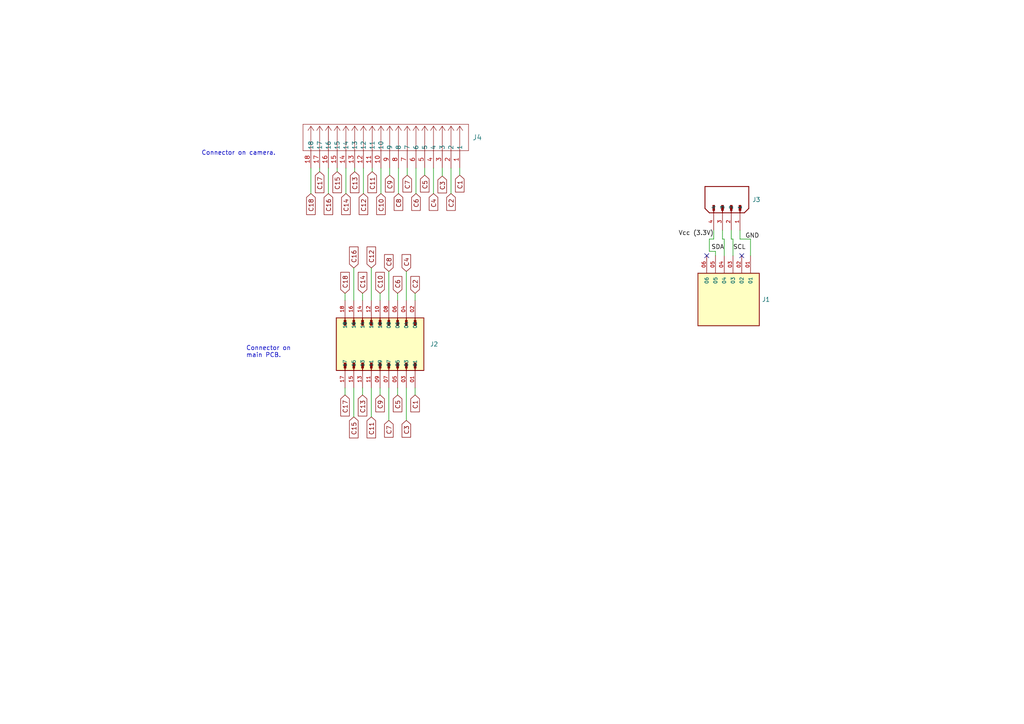
<source format=kicad_sch>
(kicad_sch (version 20211123) (generator eeschema)
  (paper "A4")
  (lib_symbols
    (symbol "CatBot_JSC:10076801-406T18LF_9_by_2_header" (pin_names (offset 1.016))
      (property "Reference" "J" (at -8.12 12.7 0))
      (property "Value" "10076801-406T18LF_9_by_2_header" (at -7.874 -17.78 0))
      (symbol "10076801-406T18LF_9_by_2_header_0_0"
        (rectangle (start -7.62 -12.7) (end 7.62 12.7) (stroke (width 0.254)) (fill (type background)))
        (rectangle (start -6.985 -10.4775) (end -5.3975 -9.8425) (stroke (width 0.1)) (fill (type outline)))
        (rectangle (start -6.985 -7.9375) (end -5.3975 -7.3025) (stroke (width 0.1)) (fill (type outline)))
        (rectangle (start -6.985 -5.3975) (end -5.3975 -4.7625) (stroke (width 0.1)) (fill (type outline)))
        (rectangle (start -6.985 -2.8575) (end -5.3975 -2.2225) (stroke (width 0.1)) (fill (type outline)))
        (rectangle (start -6.985 -0.3175) (end -5.3975 0.3175) (stroke (width 0.1)) (fill (type outline)))
        (rectangle (start -6.985 2.2225) (end -5.3975 2.8575) (stroke (width 0.1)) (fill (type outline)))
        (rectangle (start -6.985 4.7625) (end -5.3975 5.3975) (stroke (width 0.1)) (fill (type outline)))
        (rectangle (start -6.985 7.3025) (end -5.3975 7.9375) (stroke (width 0.1)) (fill (type outline)))
        (rectangle (start -6.985 9.8425) (end -5.3975 10.4775) (stroke (width 0.1)) (fill (type outline)))
        (polyline (pts (xy -7.62 -10.16) (xy -5.715 -10.16)) (stroke (width 0.254)))
        (polyline (pts (xy -7.62 -7.62) (xy -5.715 -7.62)) (stroke (width 0.254)))
        (polyline (pts (xy -7.62 -5.08) (xy -5.715 -5.08)) (stroke (width 0.254)))
        (polyline (pts (xy -7.62 -2.54) (xy -5.715 -2.54)) (stroke (width 0.254)))
        (polyline (pts (xy -7.62 0) (xy -5.715 0)) (stroke (width 0.254)))
        (polyline (pts (xy -7.62 2.54) (xy -5.715 2.54)) (stroke (width 0.254)))
        (polyline (pts (xy -7.62 5.08) (xy -5.715 5.08)) (stroke (width 0.254)))
        (polyline (pts (xy -7.62 7.62) (xy -5.715 7.62)) (stroke (width 0.254)))
        (polyline (pts (xy -7.62 10.16) (xy -5.715 10.16)) (stroke (width 0.254)))
        (polyline (pts (xy 7.62 -10.16) (xy 5.715 -10.16)) (stroke (width 0.254)))
        (polyline (pts (xy 7.62 -7.62) (xy 5.715 -7.62)) (stroke (width 0.254)))
        (polyline (pts (xy 7.62 -5.08) (xy 5.715 -5.08)) (stroke (width 0.254)))
        (polyline (pts (xy 7.62 -2.54) (xy 5.715 -2.54)) (stroke (width 0.254)))
        (polyline (pts (xy 7.62 0) (xy 5.715 0)) (stroke (width 0.254)))
        (polyline (pts (xy 7.62 2.54) (xy 5.715 2.54)) (stroke (width 0.254)))
        (polyline (pts (xy 7.62 5.08) (xy 5.715 5.08)) (stroke (width 0.254)))
        (polyline (pts (xy 7.62 7.62) (xy 5.715 7.62)) (stroke (width 0.254)))
        (polyline (pts (xy 7.62 10.16) (xy 5.715 10.16)) (stroke (width 0.254)))
        (rectangle (start 6.985 -10.4775) (end 5.3975 -9.8425) (stroke (width 0.1)) (fill (type outline)))
        (rectangle (start 6.985 -7.9375) (end 5.3975 -7.3025) (stroke (width 0.1)) (fill (type outline)))
        (rectangle (start 6.985 -5.3975) (end 5.3975 -4.7625) (stroke (width 0.1)) (fill (type outline)))
        (rectangle (start 6.985 -2.8575) (end 5.3975 -2.2225) (stroke (width 0.1)) (fill (type outline)))
        (rectangle (start 6.985 -0.3175) (end 5.3975 0.3175) (stroke (width 0.1)) (fill (type outline)))
        (rectangle (start 6.985 2.2225) (end 5.3975 2.8575) (stroke (width 0.1)) (fill (type outline)))
        (rectangle (start 6.985 4.7625) (end 5.3975 5.3975) (stroke (width 0.1)) (fill (type outline)))
        (rectangle (start 6.985 7.3025) (end 5.3975 7.9375) (stroke (width 0.1)) (fill (type outline)))
        (rectangle (start 6.985 9.8425) (end 5.3975 10.4775) (stroke (width 0.1)) (fill (type outline)))
        (pin passive line (at -12.7 10.16 0) (length 5.08) (name "01") (number "01"))
        (pin passive line (at 12.7 10.16 180) (length 5.08) (name "02") (number "02"))
        (pin passive line (at -12.7 7.62 0) (length 5.08) (name "03") (number "03"))
        (pin passive line (at 12.7 7.62 180) (length 5.08) (name "04") (number "04"))
        (pin passive line (at -12.7 5.08 0) (length 5.08) (name "05") (number "05"))
        (pin passive line (at 12.7 5.08 180) (length 5.08) (name "06") (number "06"))
        (pin passive line (at -12.7 2.54 0) (length 5.08) (name "07") (number "07"))
        (pin passive line (at 12.7 2.54 180) (length 5.08) (name "08") (number "08"))
        (pin passive line (at -12.7 0 0) (length 5.08) (name "09") (number "09"))
        (pin passive line (at 12.7 0 180) (length 5.08) (name "10") (number "10"))
        (pin passive line (at -12.7 -2.54 0) (length 5.08) (name "11") (number "11"))
        (pin passive line (at 12.7 -2.54 180) (length 5.08) (name "12") (number "12"))
        (pin passive line (at -12.7 -5.08 0) (length 5.08) (name "13") (number "13"))
        (pin passive line (at 12.7 -5.08 180) (length 5.08) (name "14") (number "14"))
        (pin passive line (at -12.7 -7.62 0) (length 5.08) (name "15") (number "15"))
        (pin passive line (at 12.7 -7.62 180) (length 5.08) (name "16") (number "16"))
        (pin passive line (at -12.7 -10.16 0) (length 5.08) (name "17") (number "17"))
        (pin passive line (at 12.7 -10.16 180) (length 5.08) (name "18") (number "18"))
      )
    )
    (symbol "CatBot_JSC:MTSW-106-12-L-S-790_6_by_1_header" (pin_names (offset 1.016))
      (property "Reference" "J" (at -8.12 10.16 0))
      (property "Value" "MTSW-106-12-L-S-790_6_by_1_header" (at -10.414 -14.224 0))
      (symbol "MTSW-106-12-L-S-790_6_by_1_header_0_0"
        (rectangle (start -7.62 -7.62) (end 7.62 10.16) (stroke (width 0.254)) (fill (type background)))
        (pin passive line (at -12.7 7.62 0) (length 5.08) (name "01") (number "01"))
        (pin passive line (at -12.7 5.08 0) (length 5.08) (name "02") (number "02"))
        (pin passive line (at -12.7 2.54 0) (length 5.08) (name "03") (number "03"))
        (pin passive line (at -12.7 0 0) (length 5.08) (name "04") (number "04"))
        (pin passive line (at -12.7 -2.54 0) (length 5.08) (name "05") (number "05"))
        (pin passive line (at -12.7 -5.08 0) (length 5.08) (name "06") (number "06"))
      )
    )
    (symbol "Molex_connectors_JSC:0525591853" (pin_names (offset 0.254))
      (property "Reference" "J" (at 8.89 6.35 0))
      (property "Value" "0525591853" (at -12.7 3.048 0))
      (property "Footprint" "Molex_connectors_JSC:CON_525591853_MOL" (at -0.254 9.398 0))
      (symbol "0525591853_1_1"
        (polyline (pts (xy 5.08 -45.466) (xy 12.7 -45.466)) (stroke (width 0.127)))
        (polyline (pts (xy 5.08 2.54) (xy 5.08 -45.466)) (stroke (width 0.127)))
        (polyline (pts (xy 11.938 -43.18) (xy 5.08 -43.18)) (stroke (width 0.127)))
        (polyline (pts (xy 11.938 -40.64) (xy 5.08 -40.64)) (stroke (width 0.127)))
        (polyline (pts (xy 11.938 -15.24) (xy 5.08 -15.24)) (stroke (width 0.127)))
        (polyline (pts (xy 12.192 -43.18) (xy 10.922 -44.0267)) (stroke (width 0.127)))
        (polyline (pts (xy 12.192 -43.18) (xy 10.922 -42.3333)) (stroke (width 0.127)))
        (polyline (pts (xy 12.192 -40.64) (xy 10.922 -41.4867)) (stroke (width 0.127)))
        (polyline (pts (xy 12.192 -40.64) (xy 10.922 -39.7933)) (stroke (width 0.127)))
        (polyline (pts (xy 12.192 -38.1) (xy 5.08 -38.1)))
        (polyline (pts (xy 12.192 -38.1) (xy 10.922 -38.9467)) (stroke (width 0.127)))
        (polyline (pts (xy 12.192 -38.1) (xy 10.922 -37.2533)) (stroke (width 0.127)))
        (polyline (pts (xy 12.192 -35.56) (xy 5.08 -35.56)) (stroke (width 0.127)))
        (polyline (pts (xy 12.192 -35.56) (xy 10.922 -36.4067)) (stroke (width 0.127)))
        (polyline (pts (xy 12.192 -35.56) (xy 10.922 -34.7133)) (stroke (width 0.127)))
        (polyline (pts (xy 12.192 -33.02) (xy 5.08 -33.02)) (stroke (width 0.127)))
        (polyline (pts (xy 12.192 -33.02) (xy 10.922 -33.8667)) (stroke (width 0.127)))
        (polyline (pts (xy 12.192 -33.02) (xy 10.922 -32.1733)) (stroke (width 0.127)))
        (polyline (pts (xy 12.192 -30.48) (xy 5.08 -30.48)) (stroke (width 0.127)))
        (polyline (pts (xy 12.192 -30.48) (xy 10.922 -31.3267)) (stroke (width 0.127)))
        (polyline (pts (xy 12.192 -30.48) (xy 10.922 -29.6333)) (stroke (width 0.127)))
        (polyline (pts (xy 12.192 -27.94) (xy 5.08 -27.94)) (stroke (width 0.127)))
        (polyline (pts (xy 12.192 -27.94) (xy 10.922 -28.7867)) (stroke (width 0.127)))
        (polyline (pts (xy 12.192 -27.94) (xy 10.922 -27.0933)) (stroke (width 0.127)))
        (polyline (pts (xy 12.192 -25.4) (xy 5.08 -25.4)) (stroke (width 0.127)))
        (polyline (pts (xy 12.192 -25.4) (xy 10.922 -26.2467)) (stroke (width 0.127)))
        (polyline (pts (xy 12.192 -25.4) (xy 10.922 -24.5533)) (stroke (width 0.127)))
        (polyline (pts (xy 12.192 -22.86) (xy 5.08 -22.86)) (stroke (width 0.127)))
        (polyline (pts (xy 12.192 -22.86) (xy 10.922 -23.7067)) (stroke (width 0.127)))
        (polyline (pts (xy 12.192 -22.86) (xy 10.922 -22.0133)) (stroke (width 0.127)))
        (polyline (pts (xy 12.192 -20.32) (xy 5.08 -20.32)) (stroke (width 0.127)))
        (polyline (pts (xy 12.192 -20.32) (xy 10.922 -21.1667)) (stroke (width 0.127)))
        (polyline (pts (xy 12.192 -20.32) (xy 10.922 -19.4733)) (stroke (width 0.127)))
        (polyline (pts (xy 12.192 -17.78) (xy 5.08 -17.78)) (stroke (width 0.127)))
        (polyline (pts (xy 12.192 -17.78) (xy 10.922 -18.6267)) (stroke (width 0.127)))
        (polyline (pts (xy 12.192 -17.78) (xy 10.922 -16.9333)) (stroke (width 0.127)))
        (polyline (pts (xy 12.192 -15.24) (xy 10.922 -16.0867)) (stroke (width 0.127)))
        (polyline (pts (xy 12.192 -15.24) (xy 10.922 -14.3933)) (stroke (width 0.127)))
        (polyline (pts (xy 12.192 -12.7) (xy 5.08 -12.7)) (stroke (width 0.127)))
        (polyline (pts (xy 12.192 -12.7) (xy 10.922 -13.5467)) (stroke (width 0.127)))
        (polyline (pts (xy 12.192 -12.7) (xy 10.922 -11.8533)) (stroke (width 0.127)))
        (polyline (pts (xy 12.192 -10.16) (xy 5.08 -10.16)) (stroke (width 0.127)))
        (polyline (pts (xy 12.192 -10.16) (xy 10.922 -11.0067)) (stroke (width 0.127)))
        (polyline (pts (xy 12.192 -10.16) (xy 10.922 -9.3133)) (stroke (width 0.127)))
        (polyline (pts (xy 12.192 -7.62) (xy 5.08 -7.62)) (stroke (width 0.127)))
        (polyline (pts (xy 12.192 -7.62) (xy 10.922 -8.4667)) (stroke (width 0.127)))
        (polyline (pts (xy 12.192 -7.62) (xy 10.922 -6.7733)) (stroke (width 0.127)))
        (polyline (pts (xy 12.192 -5.08) (xy 5.08 -5.08)) (stroke (width 0.127)))
        (polyline (pts (xy 12.192 -5.08) (xy 10.922 -5.9267)) (stroke (width 0.127)))
        (polyline (pts (xy 12.192 -5.08) (xy 10.922 -4.2333)) (stroke (width 0.127)))
        (polyline (pts (xy 12.192 -2.54) (xy 5.08 -2.54)) (stroke (width 0.127)))
        (polyline (pts (xy 12.192 -2.54) (xy 10.922 -3.3867)) (stroke (width 0.127)))
        (polyline (pts (xy 12.192 -2.54) (xy 10.922 -1.6933)) (stroke (width 0.127)))
        (polyline (pts (xy 12.192 0) (xy 5.08 0)) (stroke (width 0.127)))
        (polyline (pts (xy 12.192 0) (xy 10.922 -0.8467)) (stroke (width 0.127)))
        (polyline (pts (xy 12.192 0) (xy 10.922 0.8467)) (stroke (width 0.127)))
        (polyline (pts (xy 12.7 -45.466) (xy 12.7 2.54)) (stroke (width 0.127)))
        (polyline (pts (xy 12.7 2.54) (xy 5.08 2.54)) (stroke (width 0.127)))
        (pin unspecified line (at 0 0 0) (length 5.08) (name "1") (number "1"))
        (pin unspecified line (at 0 -22.86 0) (length 5.08) (name "10") (number "10"))
        (pin unspecified line (at 0 -25.4 0) (length 5.08) (name "11") (number "11"))
        (pin unspecified line (at 0 -27.94 0) (length 5.08) (name "12") (number "12"))
        (pin unspecified line (at 0 -30.48 0) (length 5.08) (name "13") (number "13"))
        (pin unspecified line (at 0 -33.02 0) (length 5.08) (name "14") (number "14"))
        (pin unspecified line (at 0 -35.56 0) (length 5.08) (name "15") (number "15"))
        (pin unspecified line (at 0 -38.1 0) (length 5.08) (name "16") (number "16"))
        (pin unspecified line (at 0 -40.64 0) (length 5.08) (name "17") (number "17"))
        (pin unspecified line (at 0 -43.18 0) (length 5.08) (name "18") (number "18"))
        (pin unspecified line (at 0 -2.54 0) (length 5.08) (name "2") (number "2"))
        (pin unspecified line (at 0 -5.08 0) (length 5.08) (name "3") (number "3"))
        (pin unspecified line (at 0 -7.62 0) (length 5.08) (name "4") (number "4"))
        (pin unspecified line (at 0 -10.16 0) (length 5.08) (name "5") (number "5"))
        (pin unspecified line (at 0 -12.7 0) (length 5.08) (name "6") (number "6"))
        (pin unspecified line (at 0 -15.24 0) (length 5.08) (name "7") (number "7"))
        (pin unspecified line (at 0 -17.78 0) (length 5.08) (name "8") (number "8"))
        (pin unspecified line (at 0 -20.32 0) (length 5.08) (name "9") (number "9"))
      )
      (symbol "0525591853_1_2"
        (polyline (pts (xy 5.08 -40.64) (xy 12.7 -40.64)) (stroke (width 0.127)))
        (polyline (pts (xy 5.08 2.54) (xy 5.08 -40.64)) (stroke (width 0.127)))
        (polyline (pts (xy 7.62 -38.1) (xy 5.08 -38.1)) (stroke (width 0.127)))
        (polyline (pts (xy 7.62 -38.1) (xy 8.89 -38.9467)) (stroke (width 0.127)))
        (polyline (pts (xy 7.62 -38.1) (xy 8.89 -37.2533)) (stroke (width 0.127)))
        (polyline (pts (xy 7.62 -35.56) (xy 5.08 -35.56)) (stroke (width 0.127)))
        (polyline (pts (xy 7.62 -35.56) (xy 8.89 -36.4067)) (stroke (width 0.127)))
        (polyline (pts (xy 7.62 -35.56) (xy 8.89 -34.7133)) (stroke (width 0.127)))
        (polyline (pts (xy 7.62 -33.02) (xy 5.08 -33.02)) (stroke (width 0.127)))
        (polyline (pts (xy 7.62 -33.02) (xy 8.89 -33.8667)) (stroke (width 0.127)))
        (polyline (pts (xy 7.62 -33.02) (xy 8.89 -32.1733)) (stroke (width 0.127)))
        (polyline (pts (xy 7.62 -30.48) (xy 5.08 -30.48)) (stroke (width 0.127)))
        (polyline (pts (xy 7.62 -30.48) (xy 8.89 -31.3267)) (stroke (width 0.127)))
        (polyline (pts (xy 7.62 -30.48) (xy 8.89 -29.6333)) (stroke (width 0.127)))
        (polyline (pts (xy 7.62 -27.94) (xy 5.08 -27.94)) (stroke (width 0.127)))
        (polyline (pts (xy 7.62 -27.94) (xy 8.89 -28.7867)) (stroke (width 0.127)))
        (polyline (pts (xy 7.62 -27.94) (xy 8.89 -27.0933)) (stroke (width 0.127)))
        (polyline (pts (xy 7.62 -25.4) (xy 5.08 -25.4)) (stroke (width 0.127)))
        (polyline (pts (xy 7.62 -25.4) (xy 8.89 -26.2467)) (stroke (width 0.127)))
        (polyline (pts (xy 7.62 -25.4) (xy 8.89 -24.5533)) (stroke (width 0.127)))
        (polyline (pts (xy 7.62 -22.86) (xy 5.08 -22.86)) (stroke (width 0.127)))
        (polyline (pts (xy 7.62 -22.86) (xy 8.89 -23.7067)) (stroke (width 0.127)))
        (polyline (pts (xy 7.62 -22.86) (xy 8.89 -22.0133)) (stroke (width 0.127)))
        (polyline (pts (xy 7.62 -20.32) (xy 5.08 -20.32)) (stroke (width 0.127)))
        (polyline (pts (xy 7.62 -20.32) (xy 8.89 -21.1667)) (stroke (width 0.127)))
        (polyline (pts (xy 7.62 -20.32) (xy 8.89 -19.4733)) (stroke (width 0.127)))
        (polyline (pts (xy 7.62 -17.78) (xy 5.08 -17.78)) (stroke (width 0.127)))
        (polyline (pts (xy 7.62 -17.78) (xy 8.89 -18.6267)) (stroke (width 0.127)))
        (polyline (pts (xy 7.62 -17.78) (xy 8.89 -16.9333)) (stroke (width 0.127)))
        (polyline (pts (xy 7.62 -15.24) (xy 5.08 -15.24)) (stroke (width 0.127)))
        (polyline (pts (xy 7.62 -15.24) (xy 8.89 -16.0867)) (stroke (width 0.127)))
        (polyline (pts (xy 7.62 -15.24) (xy 8.89 -14.3933)) (stroke (width 0.127)))
        (polyline (pts (xy 7.62 -12.7) (xy 5.08 -12.7)) (stroke (width 0.127)))
        (polyline (pts (xy 7.62 -12.7) (xy 8.89 -13.5467)) (stroke (width 0.127)))
        (polyline (pts (xy 7.62 -12.7) (xy 8.89 -11.8533)) (stroke (width 0.127)))
        (polyline (pts (xy 7.62 -10.16) (xy 5.08 -10.16)) (stroke (width 0.127)))
        (polyline (pts (xy 7.62 -10.16) (xy 8.89 -11.0067)) (stroke (width 0.127)))
        (polyline (pts (xy 7.62 -10.16) (xy 8.89 -9.3133)) (stroke (width 0.127)))
        (polyline (pts (xy 7.62 -7.62) (xy 5.08 -7.62)) (stroke (width 0.127)))
        (polyline (pts (xy 7.62 -7.62) (xy 8.89 -8.4667)) (stroke (width 0.127)))
        (polyline (pts (xy 7.62 -7.62) (xy 8.89 -6.7733)) (stroke (width 0.127)))
        (polyline (pts (xy 7.62 -5.08) (xy 5.08 -5.08)) (stroke (width 0.127)))
        (polyline (pts (xy 7.62 -5.08) (xy 8.89 -5.9267)) (stroke (width 0.127)))
        (polyline (pts (xy 7.62 -5.08) (xy 8.89 -4.2333)) (stroke (width 0.127)))
        (polyline (pts (xy 7.62 -2.54) (xy 5.08 -2.54)) (stroke (width 0.127)))
        (polyline (pts (xy 7.62 -2.54) (xy 8.89 -3.3867)) (stroke (width 0.127)))
        (polyline (pts (xy 7.62 -2.54) (xy 8.89 -1.6933)) (stroke (width 0.127)))
        (polyline (pts (xy 7.62 0) (xy 5.08 0)) (stroke (width 0.127)))
        (polyline (pts (xy 7.62 0) (xy 8.89 -0.8467)) (stroke (width 0.127)))
        (polyline (pts (xy 7.62 0) (xy 8.89 0.8467)) (stroke (width 0.127)))
        (polyline (pts (xy 12.7 -40.64) (xy 12.7 2.54)) (stroke (width 0.127)))
        (polyline (pts (xy 12.7 2.54) (xy 5.08 2.54)) (stroke (width 0.127)))
        (pin unspecified line (at 0 0 0) (length 5.08) (name "1") (number "1"))
        (pin unspecified line (at 0 -22.86 0) (length 5.08) (name "10") (number "10"))
        (pin unspecified line (at 0 -25.4 0) (length 5.08) (name "11") (number "11"))
        (pin unspecified line (at 0 -27.94 0) (length 5.08) (name "12") (number "12"))
        (pin unspecified line (at 0 -30.48 0) (length 5.08) (name "13") (number "13"))
        (pin unspecified line (at 0 -33.02 0) (length 5.08) (name "14") (number "14"))
        (pin unspecified line (at 0 -35.56 0) (length 5.08) (name "15") (number "15"))
        (pin unspecified line (at 0 -38.1 0) (length 5.08) (name "16") (number "16"))
        (pin unspecified line (at 0 -2.54 0) (length 5.08) (name "2") (number "2"))
        (pin unspecified line (at 0 -5.08 0) (length 5.08) (name "3") (number "3"))
        (pin unspecified line (at 0 -7.62 0) (length 5.08) (name "4") (number "4"))
        (pin unspecified line (at 0 -10.16 0) (length 5.08) (name "5") (number "5"))
        (pin unspecified line (at 0 -12.7 0) (length 5.08) (name "6") (number "6"))
        (pin unspecified line (at 0 -15.24 0) (length 5.08) (name "7") (number "7"))
        (pin unspecified line (at 0 -17.78 0) (length 5.08) (name "8") (number "8"))
        (pin unspecified line (at 0 -20.32 0) (length 5.08) (name "9") (number "9"))
      )
    )
    (symbol "Molex_connectors_JSC:533750410" (pin_names (offset 1.016))
      (property "Reference" "J" (at 3.302 6.096 0))
      (property "Value" "533750410" (at 0 -10.16 0))
      (property "Footprint" "Molex_connectors_JSC:MOLEX_533750410" (at 0.508 -16.256 0))
      (symbol "533750410_0_0"
        (polyline (pts (xy 0 -6.35) (xy 1.27 -7.62)) (stroke (width 0.254)))
        (polyline (pts (xy 0 -5.08) (xy 1.905 -5.08)) (stroke (width 0.254)))
        (polyline (pts (xy 0 -2.54) (xy 1.905 -2.54)) (stroke (width 0.254)))
        (polyline (pts (xy 0 0) (xy 1.905 0)) (stroke (width 0.254)))
        (polyline (pts (xy 0 2.54) (xy 0 -6.35)) (stroke (width 0.254)))
        (polyline (pts (xy 0 2.54) (xy 1.905 2.54)) (stroke (width 0.254)))
        (polyline (pts (xy 0 3.81) (xy 0 2.54)) (stroke (width 0.254)))
        (polyline (pts (xy 0 3.81) (xy 1.27 5.08)) (stroke (width 0.254)))
        (polyline (pts (xy 1.27 -7.62) (xy 7.62 -7.62)) (stroke (width 0.254)))
        (polyline (pts (xy 7.62 -7.62) (xy 7.62 5.08)) (stroke (width 0.254)))
        (polyline (pts (xy 7.62 5.08) (xy 1.27 5.08)) (stroke (width 0.254)))
        (rectangle (start 0.635 -5.3975) (end 2.2225 -4.7625) (stroke (width 0.1)) (fill (type outline)))
        (rectangle (start 0.635 -2.8575) (end 2.2225 -2.2225) (stroke (width 0.1)) (fill (type outline)))
        (rectangle (start 0.635 -0.3175) (end 2.2225 0.3175) (stroke (width 0.1)) (fill (type outline)))
        (rectangle (start 0.635 2.2225) (end 2.2225 2.8575) (stroke (width 0.1)) (fill (type outline)))
        (pin passive line (at -5.08 2.54 0) (length 5.08) (name "1") (number "1"))
        (pin passive line (at -5.08 0 0) (length 5.08) (name "2") (number "2"))
        (pin passive line (at -5.08 -2.54 0) (length 5.08) (name "3") (number "3"))
        (pin passive line (at -5.08 -5.08 0) (length 5.08) (name "4") (number "4"))
      )
    )
  )
  (no_connect (at 215.138 74.168))
  (no_connect (at 204.978 74.168))
  (wire (pts (xy 117.856 87.122) (xy 117.856 78.74)))
  (wire (pts (xy 97.79 48.768) (xy 97.79 49.784)))
  (wire (pts (xy 205.74 72.898) (xy 205.74 69.342)))
  (wire (pts (xy 105.41 48.768) (xy 105.41 56.134)))
  (wire (pts (xy 128.27 48.768) (xy 128.27 51.054)))
  (wire (pts (xy 120.65 48.768) (xy 120.65 56.134)))
  (wire (pts (xy 123.19 48.768) (xy 123.19 50.8)))
  (wire (pts (xy 214.63 69.342) (xy 217.678 69.342)))
  (wire (pts (xy 100.076 112.522) (xy 100.076 114.554)))
  (wire (pts (xy 117.856 112.522) (xy 117.856 121.92)))
  (wire (pts (xy 115.57 48.768) (xy 115.57 56.134)))
  (wire (pts (xy 207.518 72.898) (xy 205.74 72.898)))
  (wire (pts (xy 212.598 69.342) (xy 212.598 74.168)))
  (wire (pts (xy 217.678 69.342) (xy 217.678 74.168)))
  (wire (pts (xy 207.518 74.168) (xy 207.518 72.898)))
  (wire (pts (xy 107.95 48.768) (xy 107.95 49.784)))
  (wire (pts (xy 113.03 48.768) (xy 113.03 50.8)))
  (wire (pts (xy 207.01 69.342) (xy 207.01 66.802)))
  (wire (pts (xy 90.17 48.768) (xy 90.17 56.134)))
  (wire (pts (xy 102.616 112.522) (xy 102.616 120.904)))
  (wire (pts (xy 112.776 112.522) (xy 112.776 121.92)))
  (wire (pts (xy 120.396 112.522) (xy 120.396 114.554)))
  (wire (pts (xy 115.316 112.522) (xy 115.316 114.554)))
  (wire (pts (xy 107.696 112.522) (xy 107.696 120.904)))
  (wire (pts (xy 92.71 48.768) (xy 92.71 49.784)))
  (wire (pts (xy 110.49 48.768) (xy 110.49 56.134)))
  (wire (pts (xy 212.09 66.802) (xy 212.09 69.342)))
  (wire (pts (xy 95.25 48.768) (xy 95.25 56.134)))
  (wire (pts (xy 118.11 48.768) (xy 118.11 50.8)))
  (wire (pts (xy 120.396 87.122) (xy 120.396 85.09)))
  (wire (pts (xy 209.55 69.342) (xy 210.058 69.342)))
  (wire (pts (xy 214.63 66.802) (xy 214.63 69.342)))
  (wire (pts (xy 102.616 87.122) (xy 102.616 77.724)))
  (wire (pts (xy 100.076 87.122) (xy 100.076 85.09)))
  (wire (pts (xy 102.87 48.768) (xy 102.87 49.784)))
  (wire (pts (xy 130.81 48.768) (xy 130.81 56.134)))
  (wire (pts (xy 205.74 69.342) (xy 207.01 69.342)))
  (wire (pts (xy 110.236 87.122) (xy 110.236 85.09)))
  (wire (pts (xy 125.73 48.768) (xy 125.73 56.134)))
  (wire (pts (xy 105.156 112.522) (xy 105.156 114.554)))
  (wire (pts (xy 112.776 87.122) (xy 112.776 78.74)))
  (wire (pts (xy 110.236 112.522) (xy 110.236 114.554)))
  (wire (pts (xy 133.35 48.768) (xy 133.35 50.8)))
  (wire (pts (xy 212.09 69.342) (xy 212.598 69.342)))
  (wire (pts (xy 115.316 87.122) (xy 115.316 85.09)))
  (wire (pts (xy 210.058 69.342) (xy 210.058 74.168)))
  (wire (pts (xy 107.696 87.122) (xy 107.696 77.724)))
  (wire (pts (xy 105.156 87.122) (xy 105.156 85.09)))
  (wire (pts (xy 100.33 48.768) (xy 100.33 56.134)))
  (wire (pts (xy 209.55 66.802) (xy 209.55 69.342)))
  (text "Connector on \nmain PCB." (at 71.374 103.886 0) (effects (font (size 1.27 1.27)) (justify left bottom)))
  (text "Connector on camera." (at 58.42 45.212 0) (effects (font (size 1.27 1.27)) (justify left bottom)))
  (label "GND" (at 216.154 69.342 0))
  (label "Vcc (3.3V)" (at 207.01 68.58 180))
  (label "SDA" (at 210.058 72.644 180))
  (label "SCL" (at 212.598 72.644 0))
  (global_label "C14" (shape input) (at 105.156 85.09 90) (property "Intersheet References" "${INTERSHEET_REFS}" (effects hide)))
  (global_label "C16" (shape input) (at 95.25 56.134 270) (property "Intersheet References" "${INTERSHEET_REFS}" (effects hide)))
  (global_label "C3" (shape input) (at 117.856 121.92 270) (property "Intersheet References" "${INTERSHEET_REFS}" (effects hide)))
  (global_label "C4" (shape input) (at 117.856 78.74 90) (property "Intersheet References" "${INTERSHEET_REFS}" (effects hide)))
  (global_label "C8" (shape input) (at 115.57 56.134 270) (property "Intersheet References" "${INTERSHEET_REFS}" (effects hide)))
  (global_label "C2" (shape input) (at 130.81 56.134 270) (property "Intersheet References" "${INTERSHEET_REFS}" (effects hide)))
  (global_label "C18" (shape input) (at 100.076 85.09 90) (property "Intersheet References" "${INTERSHEET_REFS}" (effects hide)))
  (global_label "C1" (shape input) (at 133.35 50.8 270) (property "Intersheet References" "${INTERSHEET_REFS}" (effects hide)))
  (global_label "C6" (shape input) (at 120.65 56.134 270) (property "Intersheet References" "${INTERSHEET_REFS}" (effects hide)))
  (global_label "C13" (shape input) (at 105.156 114.554 270) (property "Intersheet References" "${INTERSHEET_REFS}" (effects hide)))
  (global_label "C5" (shape input) (at 115.316 114.554 270) (property "Intersheet References" "${INTERSHEET_REFS}" (effects hide)))
  (global_label "C13" (shape input) (at 102.87 49.784 270) (property "Intersheet References" "${INTERSHEET_REFS}" (effects hide)))
  (global_label "C12" (shape input) (at 105.41 56.134 270) (property "Intersheet References" "${INTERSHEET_REFS}" (effects hide)))
  (global_label "C14" (shape input) (at 100.33 56.134 270) (property "Intersheet References" "${INTERSHEET_REFS}" (effects hide)))
  (global_label "C11" (shape input) (at 107.696 120.904 270) (property "Intersheet References" "${INTERSHEET_REFS}" (effects hide)))
  (global_label "C17" (shape input) (at 92.71 49.784 270) (property "Intersheet References" "${INTERSHEET_REFS}" (effects hide)))
  (global_label "C7" (shape input) (at 112.776 121.92 270) (property "Intersheet References" "${INTERSHEET_REFS}" (effects hide)))
  (global_label "C17" (shape input) (at 100.076 114.554 270) (property "Intersheet References" "${INTERSHEET_REFS}" (effects hide)))
  (global_label "C9" (shape input) (at 113.03 50.8 270) (property "Intersheet References" "${INTERSHEET_REFS}" (effects hide)))
  (global_label "C10" (shape input) (at 110.49 56.134 270) (property "Intersheet References" "${INTERSHEET_REFS}" (effects hide)))
  (global_label "C9" (shape input) (at 110.236 114.554 270) (property "Intersheet References" "${INTERSHEET_REFS}" (effects hide)))
  (global_label "C15" (shape input) (at 102.616 120.904 270) (property "Intersheet References" "${INTERSHEET_REFS}" (effects hide)))
  (global_label "C15" (shape input) (at 97.79 49.784 270) (property "Intersheet References" "${INTERSHEET_REFS}" (effects hide)))
  (global_label "C5" (shape input) (at 123.19 50.8 270) (property "Intersheet References" "${INTERSHEET_REFS}" (effects hide)))
  (global_label "C2" (shape input) (at 120.396 85.09 90) (property "Intersheet References" "${INTERSHEET_REFS}" (effects hide)))
  (global_label "C6" (shape input) (at 115.316 85.09 90) (property "Intersheet References" "${INTERSHEET_REFS}" (effects hide)))
  (global_label "C12" (shape input) (at 107.696 77.724 90) (property "Intersheet References" "${INTERSHEET_REFS}" (effects hide)))
  (global_label "C8" (shape input) (at 112.776 78.74 90) (property "Intersheet References" "${INTERSHEET_REFS}" (effects hide)))
  (global_label "C10" (shape input) (at 110.236 85.09 90) (property "Intersheet References" "${INTERSHEET_REFS}" (effects hide)))
  (global_label "C11" (shape input) (at 107.95 49.784 270) (property "Intersheet References" "${INTERSHEET_REFS}" (effects hide)))
  (global_label "C18" (shape input) (at 90.17 56.134 270) (property "Intersheet References" "${INTERSHEET_REFS}" (effects hide)))
  (global_label "C4" (shape input) (at 125.73 56.134 270) (property "Intersheet References" "${INTERSHEET_REFS}" (effects hide)))
  (global_label "C7" (shape input) (at 118.11 50.8 270) (property "Intersheet References" "${INTERSHEET_REFS}" (effects hide)))
  (global_label "C16" (shape input) (at 102.616 77.724 90) (property "Intersheet References" "${INTERSHEET_REFS}" (effects hide)))
  (global_label "C1" (shape input) (at 120.396 114.554 270) (property "Intersheet References" "${INTERSHEET_REFS}" (effects hide)))
  (global_label "C3" (shape input) (at 128.27 51.054 270) (property "Intersheet References" "${INTERSHEET_REFS}" (effects hide)))
  (symbol (lib_id "CatBot_JSC:10076801-406T18LF_9_by_2_header") (at 110.236 99.822 270) (mirror x) (unit 1)
    (property "Reference" "J2" (at 124.714 99.8219 90) (effects (justify left)))
    (property "Value" "10076801-406T18LF_9_by_2_header" (effects hide))
    (property "Footprint" "AMPHENOL_10076801-406T18LF" (effects hide))
    (property "PARTREV" "E" (effects hide))
    (property "MANUFACTURER" "Amphenol ICC (FCI)" (effects hide))
    (property "STANDARD" "Manufacturer Recommendations" (effects hide))
  )
  (symbol (lib_id "CatBot_JSC:MTSW-106-12-L-S-790_6_by_1_header") (at 210.058 86.868 270) (unit 1)
    (property "Reference" "J1" (at 220.98 86.8679 90) (effects (justify left)))
    (property "Value" "MTSW-106-12-L-S-790_6_by_1_header" (effects hide))
    (property "Footprint" "SAMTEC_MTSW-106-12-L-S-790" (effects hide))
    (property "PARTREV" "R" (effects hide))
    (property "MANUFACTURER" "Samtec" (effects hide))
    (property "STANDARD" "Manufacturer Recommendations" (effects hide))
  )
  (symbol (lib_id "Molex_connectors_JSC:533750410") (at 212.09 61.722 270) (mirror x) (unit 1)
    (property "Reference" "J3" (at 218.186 57.9119 90) (effects (justify left)))
    (property "Value" "533750410" (effects hide))
    (property "Footprint" "Molex_connectors_JSC:MOLEX_533750410" (effects hide))
    (property "PARTREV" "C" (effects hide))
    (property "STANDARD" "Manufacturer Recommendations" (effects hide))
    (property "MAXIMUM_PACKAGE_HEIGHT" "11.75 mm" (effects hide))
    (property "MANUFACTURER" "Molex" (effects hide))
  )
  (symbol (lib_id "Molex_connectors_JSC:0525591853") (at 133.35 48.768 270) (mirror x) (unit 1)
    (property "Reference" "J4" (at 138.43 39.878 90) (effects (font (size 1.524 1.524))))
    (property "Value" "0525591853" (effects hide))
    (property "Footprint" "Molex_connectors_JSC:CON_525591853_MOL" (effects hide))
    (property "Datasheet" "559171630" (effects hide))
  )
)
</source>
